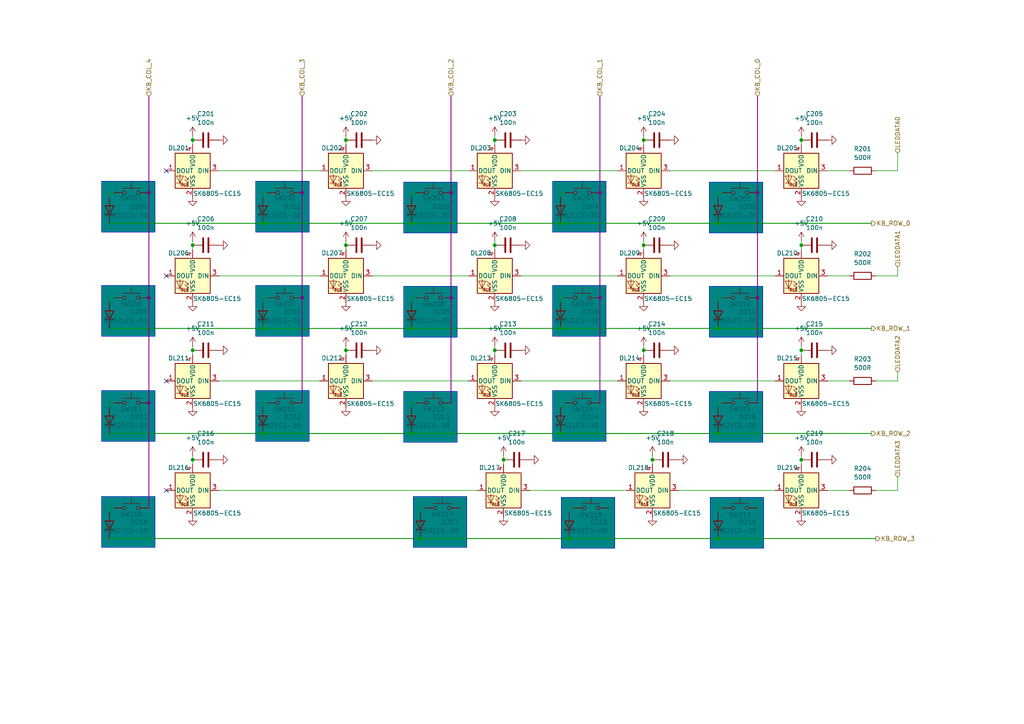
<source format=kicad_sch>
(kicad_sch (version 20250114) (generator "eeschema") (generator_version "9.0")
  (paper "A4")
  (title_block (title "Tastatur the BLE Keyboard") (date "2025-07-18") (rev "0") (company "Daniel (steewBSD)"))
  (rectangle (start 44.958 113.284) (end 29.464 128.016) (fill (type color) (color 0 132 132 1)))
  (rectangle (start 178.308 144.272) (end 162.814 159.004) (fill (type color) (color 0 132 132 1)))
  (rectangle (start 89.662 52.578) (end 74.168 67.31) (fill (type color) (color 0 132 132 1)))
  (rectangle (start 221.234 52.832) (end 205.74 67.564) (fill (type color) (color 0 132 132 1)))
  (rectangle (start 221.488 144.272) (end 205.994 159.004) (fill (type color) (color 0 132 132 1)))
  (rectangle (start 89.662 113.284) (end 74.168 128.016) (fill (type color) (color 0 132 132 1)))
  (rectangle (start 44.958 52.578) (end 29.464 67.31) (fill (type color) (color 0 132 132 1)))
  (rectangle (start 44.958 144.018) (end 29.464 158.75) (fill (type color) (color 0 132 132 1)))
  (rectangle (start 89.662 82.804) (end 74.168 97.536) (fill (type color) (color 0 132 132 1)))
  (rectangle (start 132.588 83.058) (end 117.094 97.79) (fill (type color) (color 0 132 132 1)))
  (rectangle (start 221.234 113.538) (end 205.74 128.27) (fill (type color) (color 0 132 132 1)))
  (rectangle (start 175.768 82.804) (end 160.274 97.536) (fill (type color) (color 0 132 132 1)))
  (rectangle (start 132.588 113.538) (end 117.094 128.27) (fill (type color) (color 0 132 132 1)))
  (rectangle (start 44.958 82.804) (end 29.464 97.536) (fill (type color) (color 0 132 132 1)))
  (rectangle (start 175.768 113.284) (end 160.274 128.016) (fill (type color) (color 0 132 132 1)))
  (rectangle (start 221.234 83.058) (end 205.74 97.79) (fill (type color) (color 0 132 132 1)))
  (rectangle (start 175.768 52.578) (end 160.274 67.31) (fill (type color) (color 0 132 132 1)))
  (rectangle (start 135.382 144.018) (end 119.888 158.75) (fill (type color) (color 0 132 132 1)))
  (rectangle (start 132.588 52.832) (end 117.094 67.564) (fill (type color) (color 0 132 132 1)))
  (junction (at 100.33 101.6))
  (junction (at 208.28 95.25))
  (junction (at 130.81 55.88) (color 132 0 132 1))
  (junction (at 219.71 86.36) (color 132 0 132 1))
  (junction (at 208.28 125.73))
  (junction (at 143.51 101.6))
  (junction (at 208.28 156.21))
  (junction (at 43.18 86.36) (color 132 0 132 1))
  (junction (at 100.33 40.64))
  (junction (at 186.69 40.64))
  (junction (at 162.56 64.77))
  (junction (at 189.23 133.35))
  (junction (at 146.05 133.35))
  (junction (at 162.56 95.25))
  (junction (at 55.88 133.35))
  (junction (at 208.28 64.77))
  (junction (at 173.99 86.36) (color 132 0 132 1))
  (junction (at 76.2 64.77))
  (junction (at 232.41 133.35))
  (junction (at 119.38 95.25))
  (junction (at 55.88 101.6))
  (junction (at 55.88 40.64))
  (junction (at 119.38 125.73))
  (junction (at 119.38 64.77))
  (junction (at 232.41 40.64))
  (junction (at 100.33 71.12))
  (junction (at 76.2 95.25))
  (junction (at 165.1 156.21))
  (junction (at 232.41 101.6))
  (junction (at 55.88 71.12))
  (junction (at 232.41 71.12))
  (junction (at 143.51 40.64))
  (junction (at 173.99 55.88) (color 132 0 132 1))
  (junction (at 121.92 156.21))
  (junction (at 87.63 55.88) (color 132 0 132 1))
  (junction (at 43.18 116.84) (color 132 0 132 1))
  (junction (at 76.2 125.73))
  (junction (at 186.69 101.6))
  (junction (at 143.51 71.12))
  (junction (at 43.18 55.88) (color 132 0 132 1))
  (junction (at 130.81 86.36) (color 132 0 132 1))
  (junction (at 186.69 71.12))
  (junction (at 87.63 86.36) (color 132 0 132 1))
  (junction (at 162.56 125.73))
  (junction (at 219.71 55.88) (color 132 0 132 1))
  (no_connect (at 48.26 142.24))
  (no_connect (at 48.26 80.01))
  (no_connect (at 48.26 110.49))
  (no_connect (at 48.26 49.53))
  (wire (pts (xy 31.75 147.32) (xy 31.75 148.59)))
  (wire (pts (xy 166.37 147.32) (xy 165.1 147.32)))
  (wire (pts (xy 120.65 86.36) (xy 119.38 86.36)))
  (wire (pts (xy 120.65 55.88) (xy 119.38 55.88)))
  (wire (pts (xy 121.92 156.21) (xy 31.75 156.21)) (stroke (width 0.254)))
  (wire (pts (xy 232.41 101.6) (xy 232.41 102.87)))
  (wire (pts (xy 143.51 39.37) (xy 143.51 40.64)))
  (wire (pts (xy 135.89 80.01) (xy 107.95 80.01)))
  (wire (pts (xy 92.71 49.53) (xy 63.5 49.53)))
  (wire (pts (xy 33.02 86.36) (xy 31.75 86.36)))
  (wire (pts (xy 232.41 132.08) (xy 232.41 133.35)))
  (wire (pts (xy 162.56 95.25) (xy 119.38 95.25)) (stroke (width 0.254)))
  (wire (pts (xy 163.83 118.11) (xy 162.56 118.11)))
  (wire (pts (xy 208.28 156.21) (xy 165.1 156.21)) (stroke (width 0.254)))
  (wire (pts (xy 260.35 49.53) (xy 254 49.53)))
  (wire (pts (xy 219.71 55.88) (xy 219.71 86.36)) (stroke (width 0.254) (color 132 0 132 1)))
  (wire (pts (xy 179.07 110.49) (xy 151.13 110.49)))
  (wire (pts (xy 123.19 147.32) (xy 121.92 147.32)))
  (wire (pts (xy 189.23 132.08) (xy 189.23 133.35)))
  (wire (pts (xy 143.51 71.12) (xy 143.51 72.39)))
  (wire (pts (xy 162.56 55.88) (xy 162.56 57.15)))
  (wire (pts (xy 100.33 69.85) (xy 100.33 71.12)))
  (wire (pts (xy 55.88 101.6) (xy 55.88 102.87)))
  (wire (pts (xy 232.41 71.12) (xy 232.41 72.39)))
  (wire (pts (xy 146.05 132.08) (xy 146.05 133.35)))
  (wire (pts (xy 143.51 101.6) (xy 143.51 102.87)))
  (wire (pts (xy 55.88 100.33) (xy 55.88 101.6)))
  (wire (pts (xy 232.41 133.35) (xy 232.41 134.62)))
  (wire (pts (xy 76.2 116.84) (xy 76.2 118.11)))
  (wire (pts (xy 208.28 116.84) (xy 208.28 118.11)))
  (wire (pts (xy 260.35 80.01) (xy 260.35 77.47)))
  (wire (pts (xy 33.02 147.32) (xy 31.75 147.32)))
  (wire (pts (xy 162.56 86.36) (xy 162.56 87.63)))
  (wire (pts (xy 173.99 55.88) (xy 173.99 86.36)) (stroke (width 0.254) (color 132 0 132 1)))
  (wire (pts (xy 254 80.01) (xy 260.35 80.01)))
  (wire (pts (xy 119.38 86.36) (xy 119.38 87.63)))
  (wire (pts (xy 224.79 80.01) (xy 194.31 80.01)))
  (wire (pts (xy 219.71 27.94) (xy 219.71 55.88)) (stroke (width 0.254) (color 132 0 132 1)))
  (wire (pts (xy 186.69 69.85) (xy 186.69 71.12)))
  (wire (pts (xy 208.28 147.32) (xy 208.28 148.59)))
  (wire (pts (xy 33.02 55.88) (xy 31.75 55.88)))
  (wire (pts (xy 163.83 116.84) (xy 163.83 118.11)))
  (wire (pts (xy 186.69 100.33) (xy 186.69 101.6)))
  (wire (pts (xy 119.38 116.84) (xy 119.38 118.11)))
  (wire (pts (xy 186.69 40.64) (xy 186.69 41.91)))
  (wire (pts (xy 33.02 116.84) (xy 31.75 116.84)))
  (wire (pts (xy 163.83 55.88) (xy 162.56 55.88)))
  (wire (pts (xy 100.33 71.12) (xy 100.33 72.39)))
  (wire (pts (xy 232.41 40.64) (xy 232.41 41.91)))
  (wire (pts (xy 165.1 156.21) (xy 121.92 156.21)) (stroke (width 0.254)))
  (wire (pts (xy 165.1 147.32) (xy 165.1 148.59)))
  (wire (pts (xy 219.71 86.36) (xy 219.71 116.84)) (stroke (width 0.254) (color 132 0 132 1)))
  (wire (pts (xy 208.28 64.77) (xy 162.56 64.77)) (stroke (width 0.254)))
  (wire (pts (xy 77.47 116.84) (xy 76.2 116.84)))
  (wire (pts (xy 232.41 100.33) (xy 232.41 101.6)))
  (wire (pts (xy 76.2 125.73) (xy 31.75 125.73)) (stroke (width 0.254)))
  (wire (pts (xy 208.28 86.36) (xy 208.28 87.63)))
  (wire (pts (xy 43.18 86.36) (xy 43.18 116.84)) (stroke (width 0.254) (color 132 0 132 1)))
  (wire (pts (xy 146.05 133.35) (xy 146.05 134.62)))
  (wire (pts (xy 55.88 69.85) (xy 55.88 71.12)))
  (wire (pts (xy 186.69 101.6) (xy 186.69 102.87)))
  (wire (pts (xy 55.88 40.64) (xy 55.88 41.91)))
  (wire (pts (xy 186.69 71.12) (xy 186.69 72.39)))
  (wire (pts (xy 119.38 125.73) (xy 76.2 125.73)) (stroke (width 0.254)))
  (wire (pts (xy 209.55 147.32) (xy 208.28 147.32)))
  (wire (pts (xy 76.2 95.25) (xy 31.75 95.25)) (stroke (width 0.254)))
  (wire (pts (xy 224.79 110.49) (xy 194.31 110.49)))
  (wire (pts (xy 143.51 40.64) (xy 143.51 41.91)))
  (wire (pts (xy 260.35 44.45) (xy 260.35 49.53)))
  (wire (pts (xy 252.73 125.73) (xy 208.28 125.73)) (stroke (width 0.254)))
  (wire (pts (xy 208.28 55.88) (xy 208.28 57.15)))
  (wire (pts (xy 173.99 86.36) (xy 173.99 116.84)) (stroke (width 0.254) (color 132 0 132 1)))
  (wire (pts (xy 186.69 39.37) (xy 186.69 40.64)))
  (wire (pts (xy 189.23 133.35) (xy 189.23 134.62)))
  (wire (pts (xy 119.38 125.73) (xy 162.56 125.73)))
  (wire (pts (xy 252.73 95.25) (xy 208.28 95.25)) (stroke (width 0.254)))
  (wire (pts (xy 260.35 138.43) (xy 260.35 142.24)))
  (wire (pts (xy 138.43 142.24) (xy 63.5 142.24)))
  (wire (pts (xy 143.51 100.33) (xy 143.51 101.6)))
  (wire (pts (xy 246.38 110.49) (xy 240.03 110.49)))
  (wire (pts (xy 181.61 142.24) (xy 153.67 142.24)))
  (wire (pts (xy 163.83 86.36) (xy 162.56 86.36)))
  (wire (pts (xy 254 156.21) (xy 208.28 156.21)) (stroke (width 0.254)))
  (wire (pts (xy 162.56 125.73) (xy 208.28 125.73)) (stroke (width 0.254)))
  (wire (pts (xy 119.38 55.88) (xy 119.38 57.15)))
  (wire (pts (xy 246.38 49.53) (xy 240.03 49.53)))
  (wire (pts (xy 55.88 71.12) (xy 55.88 72.39)))
  (wire (pts (xy 224.79 49.53) (xy 194.31 49.53)))
  (wire (pts (xy 246.38 80.01) (xy 240.03 80.01)))
  (wire (pts (xy 76.2 55.88) (xy 76.2 57.15)))
  (wire (pts (xy 232.41 69.85) (xy 232.41 71.12)))
  (wire (pts (xy 100.33 100.33) (xy 100.33 101.6)))
  (wire (pts (xy 179.07 80.01) (xy 151.13 80.01)))
  (wire (pts (xy 120.65 116.84) (xy 119.38 116.84)))
  (wire (pts (xy 208.28 95.25) (xy 162.56 95.25)) (stroke (width 0.254)))
  (wire (pts (xy 55.88 133.35) (xy 55.88 134.62)))
  (wire (pts (xy 254 110.49) (xy 260.35 110.49)))
  (wire (pts (xy 76.2 64.77) (xy 31.75 64.77)) (stroke (width 0.254)))
  (wire (pts (xy 43.18 55.88) (xy 43.18 86.36)) (stroke (width 0.254) (color 132 0 132 1)))
  (wire (pts (xy 77.47 55.88) (xy 76.2 55.88)))
  (wire (pts (xy 43.18 27.94) (xy 43.18 55.88)) (stroke (width 0.254) (color 132 0 132 1)))
  (wire (pts (xy 143.51 69.85) (xy 143.51 71.12)))
  (wire (pts (xy 55.88 39.37) (xy 55.88 40.64)))
  (wire (pts (xy 92.71 110.49) (xy 63.5 110.49)))
  (wire (pts (xy 130.81 55.88) (xy 130.81 86.36)) (stroke (width 0.254) (color 132 0 132 1)))
  (wire (pts (xy 31.75 116.84) (xy 31.75 118.11)))
  (wire (pts (xy 100.33 40.64) (xy 100.33 41.91)))
  (wire (pts (xy 87.63 55.88) (xy 87.63 86.36)) (stroke (width 0.254) (color 132 0 132 1)))
  (wire (pts (xy 130.81 86.36) (xy 130.81 116.84)) (stroke (width 0.254) (color 132 0 132 1)))
  (wire (pts (xy 119.38 125.73) (xy 76.2 125.73)))
  (wire (pts (xy 55.88 132.08) (xy 55.88 133.35)))
  (wire (pts (xy 100.33 101.6) (xy 100.33 102.87)))
  (wire (pts (xy 43.18 116.84) (xy 43.18 147.32)) (stroke (width 0.254) (color 132 0 132 1)))
  (wire (pts (xy 119.38 95.25) (xy 76.2 95.25)) (stroke (width 0.254)))
  (wire (pts (xy 121.92 147.32) (xy 121.92 148.59)))
  (wire (pts (xy 92.71 80.01) (xy 63.5 80.01)))
  (wire (pts (xy 119.38 64.77) (xy 76.2 64.77)) (stroke (width 0.254)))
  (wire (pts (xy 209.55 55.88) (xy 208.28 55.88)))
  (wire (pts (xy 87.63 27.94) (xy 87.63 55.88)) (stroke (width 0.254) (color 132 0 132 1)))
  (wire (pts (xy 31.75 86.36) (xy 31.75 87.63)))
  (wire (pts (xy 260.35 110.49) (xy 260.35 107.95)))
  (wire (pts (xy 162.56 125.73) (xy 208.28 125.73)))
  (wire (pts (xy 232.41 39.37) (xy 232.41 40.64)))
  (wire (pts (xy 209.55 86.36) (xy 208.28 86.36)))
  (wire (pts (xy 173.99 27.94) (xy 173.99 55.88)) (stroke (width 0.254) (color 132 0 132 1)))
  (wire (pts (xy 224.79 142.24) (xy 196.85 142.24)))
  (wire (pts (xy 252.73 64.77) (xy 208.28 64.77)) (stroke (width 0.254)))
  (wire (pts (xy 162.56 64.77) (xy 119.38 64.77)) (stroke (width 0.254)))
  (wire (pts (xy 77.47 86.36) (xy 76.2 86.36)))
  (wire (pts (xy 87.63 86.36) (xy 87.63 116.84)) (stroke (width 0.254) (color 132 0 132 1)))
  (wire (pts (xy 100.33 39.37) (xy 100.33 40.64)))
  (wire (pts (xy 135.89 49.53) (xy 107.95 49.53)))
  (wire (pts (xy 76.2 86.36) (xy 76.2 87.63)))
  (wire (pts (xy 135.89 110.49) (xy 107.95 110.49)))
  (wire (pts (xy 130.81 27.94) (xy 130.81 55.88)) (stroke (width 0.254) (color 132 0 132 1)))
  (wire (pts (xy 179.07 49.53) (xy 151.13 49.53)))
  (wire (pts (xy 246.38 142.24) (xy 240.03 142.24)))
  (wire (pts (xy 260.35 142.24) (xy 254 142.24)))
  (wire (pts (xy 119.38 125.73) (xy 162.56 125.73)) (stroke (width 0.254)))
  (wire (pts (xy 209.55 116.84) (xy 208.28 116.84)))
  (wire (pts (xy 31.75 55.88) (xy 31.75 57.15)))
  (hierarchical_label "KB_COL_0" (shape input) (at 219.71 27.94 90))
  (hierarchical_label "KB_COL_1" (shape input) (at 173.99 27.94 90))
  (hierarchical_label "KB_COL_3" (shape input) (at 87.63 27.94 90))
  (hierarchical_label "KB_COL_2" (shape input) (at 130.81 27.94 90))
  (hierarchical_label "LEDDATA1" (shape input) (at 260.35 77.47 90))
  (hierarchical_label "KB_ROW_2" (shape output) (at 252.73 125.73 0))
  (hierarchical_label "KB_ROW_1" (shape output) (at 252.73 95.25 0))
  (hierarchical_label "LEDDATA2" (shape input) (at 260.35 107.95 90))
  (hierarchical_label "KB_ROW_3" (shape output) (at 254 156.21 0))
  (hierarchical_label "LEDDATA3" (shape input) (at 260.35 138.43 90))
  (hierarchical_label "KB_ROW_0" (shape output) (at 252.73 64.77 0))
  (hierarchical_label "LEDDATA0" (shape input) (at 260.35 44.45 90))
  (hierarchical_label "KB_COL_4" (shape input) (at 43.18 27.94 90))
  (symbol (lib_id "Diode:CD4148W") (at 31.75 91.44 270) (mirror x) (unit 1)
    (property "Reference" "D206" (at 42.926 90.424 90) (effects (justify right)))
    (property "Value" "RB521CS-30" (at 42.926 92.964 90) (effects (justify right)))
    (property "Footprint" "Diode_SMD:D_SOD-923" (effects (hide yes)))
    (property "Sim.Device" "D" (effects (hide yes)))
    (property "Sim.Pins" "1=K 2=A" (effects (hide yes)))
  )
  (symbol (lib_id "Diode:CD4148W") (at 162.56 60.96 270) (mirror x) (unit 1)
    (property "Reference" "D204" (at 173.736 59.944 90) (effects (justify right)))
    (property "Value" "RB521CS-30" (at 173.736 62.484 90) (effects (justify right)))
    (property "Footprint" "Diode_SMD:D_SOD-923" (effects (hide yes)))
    (property "Sim.Device" "D" (effects (hide yes)))
    (property "Sim.Pins" "1=K 2=A" (effects (hide yes)))
  )
  (symbol (lib_id "power:GND") (at 63.5 71.12 90) (mirror x) (unit 1)
    (property "Reference" "#PWR0221" (effects (hide yes)))
    (property "Value" "GND" (effects (hide yes)))
    (property "Description" "Power symbol creates a global label with name \"GND\" , ground" (effects (hide yes)))
  )
  (symbol (lib_id "Switch:SW_Push") (at 38.1 55.88 0) (mirror y) (unit 1)
    (property "Reference" "SW201" (at 38.1 57.404 0))
    (property "Value" "SW_Push" (effects (hide yes)))
    (property "Footprint" "PCM_Switch_Keyboard_Cherry_MX:SW_Cherry_MX_PCB_1.00u" (effects (hide yes)))
    (property "Description" "Push button switch, generic, two pins" (effects (hide yes)))
  )
  (symbol (lib_id "Diode:CD4148W") (at 119.38 60.96 270) (mirror x) (unit 1)
    (property "Reference" "D203" (at 130.556 59.944 90) (effects (justify right)))
    (property "Value" "RB521CS-30" (at 130.556 62.484 90) (effects (justify right)))
    (property "Footprint" "Diode_SMD:D_SOD-923" (effects (hide yes)))
    (property "Sim.Device" "D" (effects (hide yes)))
    (property "Sim.Pins" "1=K 2=A" (effects (hide yes)))
  )
  (symbol (lib_id "Device:R") (at 250.19 49.53 270) (mirror x) (unit 1)
    (property "Reference" "R201" (at 250.19 43.18 90))
    (property "Value" "500R" (at 250.19 45.72 90))
    (property "Footprint" "Resistor_SMD:R_0603_1608Metric_Pad0.98x0.95mm_HandSolder" (effects (hide yes)))
    (property "Description" "Resistor" (effects (hide yes)))
  )
  (symbol (lib_id "power:+5V") (at 55.88 39.37 0) (mirror y) (unit 1)
    (property "Reference" "#PWR0201" (effects (hide yes)))
    (property "Value" "+5V" (at 55.88 34.29 0))
    (property "Description" "Power symbol creates a global label with name \"+5V\"" (effects (hide yes)))
  )
  (symbol (lib_id "Device:R") (at 250.19 110.49 270) (mirror x) (unit 1)
    (property "Reference" "R203" (at 250.19 104.14 90))
    (property "Value" "500R" (at 250.19 106.68 90))
    (property "Footprint" "Resistor_SMD:R_0603_1608Metric_Pad0.98x0.95mm_HandSolder" (effects (hide yes)))
    (property "Description" "Resistor" (effects (hide yes)))
  )
  (symbol (lib_id "LED:SK6805") (at 186.69 110.49 0) (mirror y) (unit 1)
    (property "Reference" "DL214" (at 182.626 103.886 0))
    (property "Value" "SK6805-EC15" (at 193.802 117.094 0))
    (property "Footprint" "LED_SMD:LED_SK6812_EC15_1.5x1.5mm" (effects (hide yes)))
    (property "Datasheet" "https://cdn-shop.adafruit.com/datasheets/WS2812B.pdf" (effects (hide yes)))
    (property "Description" "RGB LED with integrated controller" (effects (hide yes)))
    (property "PN" "SK6805-EC15" (effects (hide yes)))
    (property "LCSC" "C2890035" (effects (hide yes)))
  )
  (symbol (lib_id "power:GND") (at 240.03 133.35 90) (mirror x) (unit 1)
    (property "Reference" "#PWR0253" (effects (hide yes)))
    (property "Value" "GND" (effects (hide yes)))
    (property "Description" "Power symbol creates a global label with name \"GND\" , ground" (effects (hide yes)))
  )
  (symbol (lib_id "power:GND") (at 240.03 101.6 90) (mirror x) (unit 1)
    (property "Reference" "#PWR0240" (effects (hide yes)))
    (property "Value" "GND" (effects (hide yes)))
    (property "Description" "Power symbol creates a global label with name \"GND\" , ground" (effects (hide yes)))
  )
  (symbol (lib_id "power:GND") (at 143.51 87.63 0) (mirror y) (unit 1)
    (property "Reference" "#PWR0228" (effects (hide yes)))
    (property "Value" "GND" (effects (hide yes)))
    (property "Description" "Power symbol creates a global label with name \"GND\" , ground" (effects (hide yes)))
  )
  (symbol (lib_id "LED:SK6805") (at 143.51 49.53 0) (mirror y) (unit 1)
    (property "Reference" "DL203" (at 139.446 42.926 0))
    (property "Value" "SK6805-EC15" (at 150.622 56.134 0))
    (property "Footprint" "LED_SMD:LED_SK6812_EC15_1.5x1.5mm" (effects (hide yes)))
    (property "Datasheet" "https://cdn-shop.adafruit.com/datasheets/WS2812B.pdf" (effects (hide yes)))
    (property "Description" "RGB LED with integrated controller" (effects (hide yes)))
    (property "PN" "SK6805-EC15" (effects (hide yes)))
    (property "LCSC" "C2890035" (effects (hide yes)))
  )
  (symbol (lib_id "power:+5V") (at 143.51 69.85 0) (mirror y) (unit 1)
    (property "Reference" "#PWR0218" (effects (hide yes)))
    (property "Value" "+5V" (at 143.51 64.77 0))
    (property "Description" "Power symbol creates a global label with name \"+5V\"" (effects (hide yes)))
  )
  (symbol (lib_id "Device:C") (at 147.32 71.12 270) (mirror x) (unit 1)
    (property "Reference" "C208" (at 147.32 63.5 90))
    (property "Value" "100n" (at 147.32 66.04 90))
    (property "Footprint" "Capacitor_SMD:C_0603_1608Metric_Pad1.08x0.95mm_HandSolder" (effects (hide yes)))
    (property "Description" "Unpolarized capacitor" (effects (hide yes)))
  )
  (symbol (lib_id "power:GND") (at 55.88 149.86 0) (mirror y) (unit 1)
    (property "Reference" "#PWR0254" (effects (hide yes)))
    (property "Value" "GND" (effects (hide yes)))
    (property "Description" "Power symbol creates a global label with name \"GND\" , ground" (effects (hide yes)))
  )
  (symbol (lib_id "power:GND") (at 100.33 87.63 0) (mirror y) (unit 1)
    (property "Reference" "#PWR0227" (effects (hide yes)))
    (property "Value" "GND" (effects (hide yes)))
    (property "Description" "Power symbol creates a global label with name \"GND\" , ground" (effects (hide yes)))
  )
  (symbol (lib_id "LED:SK6805") (at 189.23 142.24 0) (mirror y) (unit 1)
    (property "Reference" "DL218" (at 185.166 135.636 0))
    (property "Value" "SK6805-EC15" (at 196.342 148.844 0))
    (property "Footprint" "LED_SMD:LED_SK6812_EC15_1.5x1.5mm" (effects (hide yes)))
    (property "Datasheet" "https://cdn-shop.adafruit.com/datasheets/WS2812B.pdf" (effects (hide yes)))
    (property "Description" "RGB LED with integrated controller" (effects (hide yes)))
    (property "PN" "SK6805-EC15" (effects (hide yes)))
    (property "LCSC" "C2890035" (effects (hide yes)))
  )
  (symbol (lib_id "LED:SK6805") (at 143.51 110.49 0) (mirror y) (unit 1)
    (property "Reference" "DL213" (at 139.446 103.886 0))
    (property "Value" "SK6805-EC15" (at 150.622 117.094 0))
    (property "Footprint" "LED_SMD:LED_SK6812_EC15_1.5x1.5mm" (effects (hide yes)))
    (property "Datasheet" "https://cdn-shop.adafruit.com/datasheets/WS2812B.pdf" (effects (hide yes)))
    (property "Description" "RGB LED with integrated controller" (effects (hide yes)))
    (property "PN" "SK6805-EC15" (effects (hide yes)))
    (property "LCSC" "C2890035" (effects (hide yes)))
  )
  (symbol (lib_id "power:GND") (at 143.51 118.11 0) (mirror y) (unit 1)
    (property "Reference" "#PWR0243" (effects (hide yes)))
    (property "Value" "GND" (effects (hide yes)))
    (property "Description" "Power symbol creates a global label with name \"GND\" , ground" (effects (hide yes)))
  )
  (symbol (lib_id "Switch:SW_Push") (at 168.91 55.88 0) (mirror y) (unit 1)
    (property "Reference" "SW204" (at 169.164 57.404 0))
    (property "Value" "SW_Push" (effects (hide yes)))
    (property "Footprint" "PCM_Switch_Keyboard_Cherry_MX:SW_Cherry_MX_PCB_1.00u" (effects (hide yes)))
    (property "Description" "Push button switch, generic, two pins" (effects (hide yes)))
  )
  (symbol (lib_id "LED:SK6805") (at 232.41 110.49 0) (mirror y) (unit 1)
    (property "Reference" "DL215" (at 228.346 103.886 0))
    (property "Value" "SK6805-EC15" (at 239.522 117.094 0))
    (property "Footprint" "LED_SMD:LED_SK6812_EC15_1.5x1.5mm" (effects (hide yes)))
    (property "Datasheet" "https://cdn-shop.adafruit.com/datasheets/WS2812B.pdf" (effects (hide yes)))
    (property "Description" "RGB LED with integrated controller" (effects (hide yes)))
    (property "PN" "SK6805-EC15" (effects (hide yes)))
    (property "LCSC" "C2890035" (effects (hide yes)))
  )
  (symbol (lib_id "Diode:CD4148W") (at 121.92 152.4 270) (mirror x) (unit 1)
    (property "Reference" "D217" (at 133.096 151.384 90) (effects (justify right)))
    (property "Value" "RB521CS-30" (at 133.096 153.924 90) (effects (justify right)))
    (property "Footprint" "Diode_SMD:D_SOD-923" (effects (hide yes)))
    (property "Sim.Device" "D" (effects (hide yes)))
    (property "Sim.Pins" "1=K 2=A" (effects (hide yes)))
  )
  (symbol (lib_id "Switch:SW_Push") (at 171.45 147.32 0) (mirror y) (unit 1)
    (property "Reference" "SW218" (at 171.45 149.352 0))
    (property "Value" "SW_Push" (effects (hide yes)))
    (property "Footprint" "PCM_Switch_Keyboard_Cherry_MX:SW_Cherry_MX_PCB_1.00u" (effects (hide yes)))
    (property "Description" "Push button switch, generic, two pins" (effects (hide yes)))
  )
  (symbol (lib_id "LED:SK6805") (at 100.33 49.53 0) (mirror y) (unit 1)
    (property "Reference" "DL202" (at 96.266 42.926 0))
    (property "Value" "SK6805-EC15" (at 107.442 56.134 0))
    (property "Footprint" "LED_SMD:LED_SK6812_EC15_1.5x1.5mm" (effects (hide yes)))
    (property "Datasheet" "https://cdn-shop.adafruit.com/datasheets/WS2812B.pdf" (effects (hide yes)))
    (property "Description" "RGB LED with integrated controller" (effects (hide yes)))
    (property "PN" "SK6805-EC15" (effects (hide yes)))
    (property "LCSC" "C2890035" (effects (hide yes)))
  )
  (symbol (lib_id "Device:R") (at 250.19 80.01 270) (mirror x) (unit 1)
    (property "Reference" "R202" (at 250.19 73.66 90))
    (property "Value" "500R" (at 250.19 76.2 90))
    (property "Footprint" "Resistor_SMD:R_0603_1608Metric_Pad0.98x0.95mm_HandSolder" (effects (hide yes)))
    (property "Description" "Resistor" (effects (hide yes)))
  )
  (symbol (lib_id "Switch:SW_Push") (at 38.1 86.36 0) (mirror y) (unit 1)
    (property "Reference" "SW206" (at 38.1 88.138 0))
    (property "Value" "SW_Push" (effects (hide yes)))
    (property "Footprint" "PCM_Switch_Keyboard_Cherry_MX:SW_Cherry_MX_PCB_1.00u" (effects (hide yes)))
    (property "Description" "Push button switch, generic, two pins" (effects (hide yes)))
  )
  (symbol (lib_id "Switch:SW_Push") (at 128.27 147.32 0) (mirror y) (unit 1)
    (property "Reference" "SW217" (at 128.27 149.098 0))
    (property "Value" "SW_Push" (effects (hide yes)))
    (property "Footprint" "PCM_Switch_Keyboard_Cherry_MX:SW_Cherry_MX_PCB_1.00u" (effects (hide yes)))
    (property "Description" "Push button switch, generic, two pins" (effects (hide yes)))
  )
  (symbol (lib_id "power:GND") (at 232.41 87.63 0) (mirror y) (unit 1)
    (property "Reference" "#PWR0230" (effects (hide yes)))
    (property "Value" "GND" (effects (hide yes)))
    (property "Description" "Power symbol creates a global label with name \"GND\" , ground" (effects (hide yes)))
  )
  (symbol (lib_id "power:GND") (at 232.41 118.11 0) (mirror y) (unit 1)
    (property "Reference" "#PWR0245" (effects (hide yes)))
    (property "Value" "GND" (effects (hide yes)))
    (property "Description" "Power symbol creates a global label with name \"GND\" , ground" (effects (hide yes)))
  )
  (symbol (lib_id "power:+5V") (at 143.51 100.33 0) (mirror y) (unit 1)
    (property "Reference" "#PWR0233" (effects (hide yes)))
    (property "Value" "+5V" (at 143.51 95.25 0))
    (property "Description" "Power symbol creates a global label with name \"+5V\"" (effects (hide yes)))
  )
  (symbol (lib_id "power:GND") (at 240.03 71.12 90) (mirror x) (unit 1)
    (property "Reference" "#PWR0225" (effects (hide yes)))
    (property "Value" "GND" (effects (hide yes)))
    (property "Description" "Power symbol creates a global label with name \"GND\" , ground" (effects (hide yes)))
  )
  (symbol (lib_id "power:GND") (at 63.5 40.64 90) (mirror x) (unit 1)
    (property "Reference" "#PWR0206" (effects (hide yes)))
    (property "Value" "GND" (effects (hide yes)))
    (property "Description" "Power symbol creates a global label with name \"GND\" , ground" (effects (hide yes)))
  )
  (symbol (lib_id "power:GND") (at 63.5 101.6 90) (mirror x) (unit 1)
    (property "Reference" "#PWR0236" (effects (hide yes)))
    (property "Value" "GND" (effects (hide yes)))
    (property "Description" "Power symbol creates a global label with name \"GND\" , ground" (effects (hide yes)))
  )
  (symbol (lib_id "power:GND") (at 146.05 149.86 0) (mirror y) (unit 1)
    (property "Reference" "#PWR0255" (effects (hide yes)))
    (property "Value" "GND" (effects (hide yes)))
    (property "Description" "Power symbol creates a global label with name \"GND\" , ground" (effects (hide yes)))
  )
  (symbol (lib_id "Switch:SW_Push") (at 125.73 116.84 0) (mirror y) (unit 1)
    (property "Reference" "SW213" (at 125.73 118.618 0))
    (property "Value" "SW_Push" (effects (hide yes)))
    (property "Footprint" "PCM_Switch_Keyboard_Cherry_MX:SW_Cherry_MX_PCB_1.00u" (effects (hide yes)))
    (property "Description" "Push button switch, generic, two pins" (effects (hide yes)))
  )
  (symbol (lib_id "LED:SK6805") (at 186.69 49.53 0) (mirror y) (unit 1)
    (property "Reference" "DL204" (at 182.626 42.926 0))
    (property "Value" "SK6805-EC15" (at 193.802 56.134 0))
    (property "Footprint" "LED_SMD:LED_SK6812_EC15_1.5x1.5mm" (effects (hide yes)))
    (property "Datasheet" "https://cdn-shop.adafruit.com/datasheets/WS2812B.pdf" (effects (hide yes)))
    (property "Description" "RGB LED with integrated controller" (effects (hide yes)))
    (property "PN" "SK6805-EC15" (effects (hide yes)))
    (property "LCSC" "C2890035" (effects (hide yes)))
  )
  (symbol (lib_id "Device:C") (at 236.22 40.64 270) (mirror x) (unit 1)
    (property "Reference" "C205" (at 236.22 33.02 90))
    (property "Value" "100n" (at 236.22 35.56 90))
    (property "Footprint" "Capacitor_SMD:C_0603_1608Metric_Pad1.08x0.95mm_HandSolder" (effects (hide yes)))
    (property "Description" "Unpolarized capacitor" (effects (hide yes)))
  )
  (symbol (lib_id "Device:C") (at 104.14 101.6 270) (mirror x) (unit 1)
    (property "Reference" "C212" (at 104.14 93.98 90))
    (property "Value" "100n" (at 104.14 96.52 90))
    (property "Footprint" "Capacitor_SMD:C_0603_1608Metric_Pad1.08x0.95mm_HandSolder" (effects (hide yes)))
    (property "Description" "Unpolarized capacitor" (effects (hide yes)))
  )
  (symbol (lib_id "power:GND") (at 232.41 57.15 0) (mirror y) (unit 1)
    (property "Reference" "#PWR0215" (effects (hide yes)))
    (property "Value" "GND" (effects (hide yes)))
    (property "Description" "Power symbol creates a global label with name \"GND\" , ground" (effects (hide yes)))
  )
  (symbol (lib_id "LED:SK6805") (at 186.69 80.01 0) (mirror y) (unit 1)
    (property "Reference" "DL209" (at 182.626 73.406 0))
    (property "Value" "SK6805-EC15" (at 193.802 86.614 0))
    (property "Footprint" "LED_SMD:LED_SK6812_EC15_1.5x1.5mm" (effects (hide yes)))
    (property "Datasheet" "https://cdn-shop.adafruit.com/datasheets/WS2812B.pdf" (effects (hide yes)))
    (property "Description" "RGB LED with integrated controller" (effects (hide yes)))
    (property "PN" "SK6805-EC15" (effects (hide yes)))
    (property "LCSC" "C2890035" (effects (hide yes)))
  )
  (symbol (lib_id "power:GND") (at 186.69 118.11 0) (mirror y) (unit 1)
    (property "Reference" "#PWR0244" (effects (hide yes)))
    (property "Value" "GND" (effects (hide yes)))
    (property "Description" "Power symbol creates a global label with name \"GND\" , ground" (effects (hide yes)))
  )
  (symbol (lib_id "LED:SK6805") (at 55.88 110.49 0) (mirror y) (unit 1)
    (property "Reference" "DL211" (at 51.816 103.886 0))
    (property "Value" "SK6805-EC15" (at 62.992 117.094 0))
    (property "Footprint" "LED_SMD:LED_SK6812_EC15_1.5x1.5mm" (effects (hide yes)))
    (property "Datasheet" "https://cdn-shop.adafruit.com/datasheets/WS2812B.pdf" (effects (hide yes)))
    (property "Description" "RGB LED with integrated controller" (effects (hide yes)))
    (property "PN" "SK6805-EC15" (effects (hide yes)))
    (property "LCSC" "C2890035" (effects (hide yes)))
  )
  (symbol (lib_id "power:GND") (at 100.33 57.15 0) (mirror y) (unit 1)
    (property "Reference" "#PWR0212" (effects (hide yes)))
    (property "Value" "GND" (effects (hide yes)))
    (property "Description" "Power symbol creates a global label with name \"GND\" , ground" (effects (hide yes)))
  )
  (symbol (lib_id "Diode:CD4148W") (at 31.75 121.92 270) (mirror x) (unit 1)
    (property "Reference" "D211" (at 42.926 120.904 90) (effects (justify right)))
    (property "Value" "RB521CS-30" (at 42.926 123.444 90) (effects (justify right)))
    (property "Footprint" "Diode_SMD:D_SOD-923" (effects (hide yes)))
    (property "Sim.Device" "D" (effects (hide yes)))
    (property "Sim.Pins" "1=K 2=A" (effects (hide yes)))
  )
  (symbol (lib_id "Diode:CD4148W") (at 76.2 121.92 270) (mirror x) (unit 1)
    (property "Reference" "D212" (at 87.376 120.904 90) (effects (justify right)))
    (property "Value" "RB521CS-30" (at 87.376 123.444 90) (effects (justify right)))
    (property "Footprint" "Diode_SMD:D_SOD-923" (effects (hide yes)))
    (property "Sim.Device" "D" (effects (hide yes)))
    (property "Sim.Pins" "1=K 2=A" (effects (hide yes)))
  )
  (symbol (lib_id "power:GND") (at 240.03 40.64 90) (mirror x) (unit 1)
    (property "Reference" "#PWR0210" (effects (hide yes)))
    (property "Value" "GND" (effects (hide yes)))
    (property "Description" "Power symbol creates a global label with name \"GND\" , ground" (effects (hide yes)))
  )
  (symbol (lib_id "LED:SK6805") (at 55.88 80.01 0) (mirror y) (unit 1)
    (property "Reference" "DL206" (at 51.816 73.406 0))
    (property "Value" "SK6805-EC15" (at 62.992 86.614 0))
    (property "Footprint" "LED_SMD:LED_SK6812_EC15_1.5x1.5mm" (effects (hide yes)))
    (property "Datasheet" "https://cdn-shop.adafruit.com/datasheets/WS2812B.pdf" (effects (hide yes)))
    (property "Description" "RGB LED with integrated controller" (effects (hide yes)))
    (property "PN" "SK6805-EC15" (effects (hide yes)))
    (property "LCSC" "C2890035" (effects (hide yes)))
  )
  (symbol (lib_id "Diode:CD4148W") (at 119.38 91.44 270) (mirror x) (unit 1)
    (property "Reference" "D208" (at 130.556 90.424 90) (effects (justify right)))
    (property "Value" "RB521CS-30" (at 130.556 92.964 90) (effects (justify right)))
    (property "Footprint" "Diode_SMD:D_SOD-923" (effects (hide yes)))
    (property "Sim.Device" "D" (effects (hide yes)))
    (property "Sim.Pins" "1=K 2=A" (effects (hide yes)))
  )
  (symbol (lib_id "power:+5V") (at 55.88 69.85 0) (mirror y) (unit 1)
    (property "Reference" "#PWR0216" (effects (hide yes)))
    (property "Value" "+5V" (at 55.88 64.77 0))
    (property "Description" "Power symbol creates a global label with name \"+5V\"" (effects (hide yes)))
  )
  (symbol (lib_id "power:+5V") (at 146.05 132.08 0) (mirror y) (unit 1)
    (property "Reference" "#PWR0247" (effects (hide yes)))
    (property "Value" "+5V" (at 146.05 127 0))
    (property "Description" "Power symbol creates a global label with name \"+5V\"" (effects (hide yes)))
  )
  (symbol (lib_id "Switch:SW_Push") (at 82.55 55.88 0) (mirror y) (unit 1)
    (property "Reference" "SW202" (at 82.55 57.404 0))
    (property "Value" "SW_Push" (effects (hide yes)))
    (property "Footprint" "PCM_Switch_Keyboard_Cherry_MX:SW_Cherry_MX_PCB_1.00u" (effects (hide yes)))
    (property "Description" "Push button switch, generic, two pins" (effects (hide yes)))
  )
  (symbol (lib_id "Switch:SW_Push") (at 214.63 116.84 0) (mirror y) (unit 1)
    (property "Reference" "SW215" (at 214.63 118.618 0))
    (property "Value" "SW_Push" (effects (hide yes)))
    (property "Footprint" "PCM_Switch_Keyboard_Cherry_MX:SW_Cherry_MX_PCB_1.00u" (effects (hide yes)))
    (property "Description" "Push button switch, generic, two pins" (effects (hide yes)))
  )
  (symbol (lib_id "power:+5V") (at 232.41 69.85 0) (mirror y) (unit 1)
    (property "Reference" "#PWR0220" (effects (hide yes)))
    (property "Value" "+5V" (at 232.41 64.77 0))
    (property "Description" "Power symbol creates a global label with name \"+5V\"" (effects (hide yes)))
  )
  (symbol (lib_id "Diode:CD4148W") (at 162.56 91.44 270) (mirror x) (unit 1)
    (property "Reference" "D209" (at 173.736 90.424 90) (effects (justify right)))
    (property "Value" "RB521CS-30" (at 173.736 92.964 90) (effects (justify right)))
    (property "Footprint" "Diode_SMD:D_SOD-923" (effects (hide yes)))
    (property "Sim.Device" "D" (effects (hide yes)))
    (property "Sim.Pins" "1=K 2=A" (effects (hide yes)))
  )
  (symbol (lib_id "power:GND") (at 100.33 118.11 0) (mirror y) (unit 1)
    (property "Reference" "#PWR0242" (effects (hide yes)))
    (property "Value" "GND" (effects (hide yes)))
    (property "Description" "Power symbol creates a global label with name \"GND\" , ground" (effects (hide yes)))
  )
  (symbol (lib_id "power:+5V") (at 143.51 39.37 0) (mirror y) (unit 1)
    (property "Reference" "#PWR0203" (effects (hide yes)))
    (property "Value" "+5V" (at 143.51 34.29 0))
    (property "Description" "Power symbol creates a global label with name \"+5V\"" (effects (hide yes)))
  )
  (symbol (lib_id "Device:C") (at 190.5 71.12 270) (mirror x) (unit 1)
    (property "Reference" "C209" (at 190.5 63.5 90))
    (property "Value" "100n" (at 190.5 66.04 90))
    (property "Footprint" "Capacitor_SMD:C_0603_1608Metric_Pad1.08x0.95mm_HandSolder" (effects (hide yes)))
    (property "Description" "Unpolarized capacitor" (effects (hide yes)))
  )
  (symbol (lib_id "Switch:SW_Push") (at 125.73 86.36 0) (mirror y) (unit 1)
    (property "Reference" "SW208" (at 125.73 88.138 0))
    (property "Value" "SW_Push" (effects (hide yes)))
    (property "Footprint" "PCM_Switch_Keyboard_Cherry_MX:SW_Cherry_MX_PCB_1.00u" (effects (hide yes)))
    (property "Description" "Push button switch, generic, two pins" (effects (hide yes)))
  )
  (symbol (lib_id "LED:SK6805") (at 232.41 80.01 0) (mirror y) (unit 1)
    (property "Reference" "DL210" (at 228.346 73.406 0))
    (property "Value" "SK6805-EC15" (at 239.522 86.614 0))
    (property "Footprint" "LED_SMD:LED_SK6812_EC15_1.5x1.5mm" (effects (hide yes)))
    (property "Datasheet" "https://cdn-shop.adafruit.com/datasheets/WS2812B.pdf" (effects (hide yes)))
    (property "Description" "RGB LED with integrated controller" (effects (hide yes)))
    (property "PN" "SK6805-EC15" (effects (hide yes)))
    (property "LCSC" "C2890035" (effects (hide yes)))
  )
  (symbol (lib_id "LED:SK6805") (at 100.33 80.01 0) (mirror y) (unit 1)
    (property "Reference" "DL207" (at 96.266 73.406 0))
    (property "Value" "SK6805-EC15" (at 107.442 86.614 0))
    (property "Footprint" "LED_SMD:LED_SK6812_EC15_1.5x1.5mm" (effects (hide yes)))
    (property "Datasheet" "https://cdn-shop.adafruit.com/datasheets/WS2812B.pdf" (effects (hide yes)))
    (property "Description" "RGB LED with integrated controller" (effects (hide yes)))
    (property "PN" "SK6805-EC15" (effects (hide yes)))
    (property "LCSC" "C2890035" (effects (hide yes)))
  )
  (symbol (lib_id "LED:SK6805") (at 143.51 80.01 0) (mirror y) (unit 1)
    (property "Reference" "DL208" (at 139.446 73.406 0))
    (property "Value" "SK6805-EC15" (at 150.622 86.614 0))
    (property "Footprint" "LED_SMD:LED_SK6812_EC15_1.5x1.5mm" (effects (hide yes)))
    (property "Datasheet" "https://cdn-shop.adafruit.com/datasheets/WS2812B.pdf" (effects (hide yes)))
    (property "Description" "RGB LED with integrated controller" (effects (hide yes)))
    (property "PN" "SK6805-EC15" (effects (hide yes)))
    (property "LCSC" "C2890035" (effects (hide yes)))
  )
  (symbol (lib_id "LED:SK6805") (at 55.88 142.24 0) (mirror y) (unit 1)
    (property "Reference" "DL216" (at 51.816 135.636 0))
    (property "Value" "SK6805-EC15" (at 62.992 148.844 0))
    (property "Footprint" "LED_SMD:LED_SK6812_EC15_1.5x1.5mm" (effects (hide yes)))
    (property "Datasheet" "https://cdn-shop.adafruit.com/datasheets/WS2812B.pdf" (effects (hide yes)))
    (property "Description" "RGB LED with integrated controller" (effects (hide yes)))
    (property "PN" "SK6805-EC15" (effects (hide yes)))
    (property "LCSC" "C2890035" (effects (hide yes)))
  )
  (symbol (lib_id "Device:C") (at 236.22 101.6 270) (mirror x) (unit 1)
    (property "Reference" "C215" (at 236.22 93.98 90))
    (property "Value" "100n" (at 236.22 96.52 90))
    (property "Footprint" "Capacitor_SMD:C_0603_1608Metric_Pad1.08x0.95mm_HandSolder" (effects (hide yes)))
    (property "Description" "Unpolarized capacitor" (effects (hide yes)))
  )
  (symbol (lib_id "Device:C") (at 59.69 40.64 270) (mirror x) (unit 1)
    (property "Reference" "C201" (at 59.69 33.02 90))
    (property "Value" "100n" (at 59.69 35.56 90))
    (property "Footprint" "Capacitor_SMD:C_0603_1608Metric_Pad1.08x0.95mm_HandSolder" (effects (hide yes)))
    (property "Description" "Unpolarized capacitor" (effects (hide yes)))
  )
  (symbol (lib_id "power:GND") (at 196.85 133.35 90) (mirror x) (unit 1)
    (property "Reference" "#PWR0252" (effects (hide yes)))
    (property "Value" "GND" (effects (hide yes)))
    (property "Description" "Power symbol creates a global label with name \"GND\" , ground" (effects (hide yes)))
  )
  (symbol (lib_id "LED:SK6805") (at 146.05 142.24 0) (mirror y) (unit 1)
    (property "Reference" "DL217" (at 141.986 135.636 0))
    (property "Value" "SK6805-EC15" (at 153.162 148.844 0))
    (property "Footprint" "LED_SMD:LED_SK6812_EC15_1.5x1.5mm" (effects (hide yes)))
    (property "Datasheet" "https://cdn-shop.adafruit.com/datasheets/WS2812B.pdf" (effects (hide yes)))
    (property "Description" "RGB LED with integrated controller" (effects (hide yes)))
    (property "PN" "SK6805-EC15" (effects (hide yes)))
    (property "LCSC" "C2890035" (effects (hide yes)))
  )
  (symbol (lib_id "Device:C") (at 104.14 71.12 270) (mirror x) (unit 1)
    (property "Reference" "C207" (at 104.14 63.5 90))
    (property "Value" "100n" (at 104.14 66.04 90))
    (property "Footprint" "Capacitor_SMD:C_0603_1608Metric_Pad1.08x0.95mm_HandSolder" (effects (hide yes)))
    (property "Description" "Unpolarized capacitor" (effects (hide yes)))
  )
  (symbol (lib_id "Switch:SW_Push") (at 82.55 86.36 0) (mirror y) (unit 1)
    (property "Reference" "SW207" (at 82.55 88.138 0))
    (property "Value" "SW_Push" (effects (hide yes)))
    (property "Footprint" "PCM_Switch_Keyboard_Cherry_MX:SW_Cherry_MX_PCB_1.00u" (effects (hide yes)))
    (property "Description" "Push button switch, generic, two pins" (effects (hide yes)))
  )
  (symbol (lib_id "Diode:CD4148W") (at 119.38 121.92 270) (mirror x) (unit 1)
    (property "Reference" "D213" (at 130.556 120.904 90) (effects (justify right)))
    (property "Value" "RB521CS-30" (at 130.556 123.444 90) (effects (justify right)))
    (property "Footprint" "Diode_SMD:D_SOD-923" (effects (hide yes)))
    (property "Sim.Device" "D" (effects (hide yes)))
    (property "Sim.Pins" "1=K 2=A" (effects (hide yes)))
  )
  (symbol (lib_id "LED:SK6805") (at 232.41 142.24 0) (mirror y) (unit 1)
    (property "Reference" "DL219" (at 228.346 135.636 0))
    (property "Value" "SK6805-EC15" (at 239.522 148.844 0))
    (property "Footprint" "LED_SMD:LED_SK6812_EC15_1.5x1.5mm" (effects (hide yes)))
    (property "Datasheet" "https://cdn-shop.adafruit.com/datasheets/WS2812B.pdf" (effects (hide yes)))
    (property "Description" "RGB LED with integrated controller" (effects (hide yes)))
    (property "PN" "SK6805-EC15" (effects (hide yes)))
    (property "LCSC" "C2890035" (effects (hide yes)))
  )
  (symbol (lib_id "Switch:SW_Push") (at 125.73 55.88 0) (mirror y) (unit 1)
    (property "Reference" "SW203" (at 125.73 57.404 0))
    (property "Value" "SW_Push" (effects (hide yes)))
    (property "Footprint" "PCM_Switch_Keyboard_Cherry_MX:SW_Cherry_MX_PCB_1.00u" (effects (hide yes)))
    (property "Description" "Push button switch, generic, two pins" (effects (hide yes)))
  )
  (symbol (lib_id "Switch:SW_Push") (at 214.63 55.88 0) (mirror y) (unit 1)
    (property "Reference" "SW205" (at 214.63 57.658 0))
    (property "Value" "SW_Push" (effects (hide yes)))
    (property "Footprint" "PCM_Switch_Keyboard_Cherry_MX:SW_Cherry_MX_PCB_1.00u" (effects (hide yes)))
    (property "Description" "Push button switch, generic, two pins" (effects (hide yes)))
  )
  (symbol (lib_id "power:GND") (at 186.69 57.15 0) (mirror y) (unit 1)
    (property "Reference" "#PWR0214" (effects (hide yes)))
    (property "Value" "GND" (effects (hide yes)))
    (property "Description" "Power symbol creates a global label with name \"GND\" , ground" (effects (hide yes)))
  )
  (symbol (lib_id "power:+5V") (at 189.23 132.08 0) (mirror y) (unit 1)
    (property "Reference" "#PWR0248" (effects (hide yes)))
    (property "Value" "+5V" (at 189.23 127 0))
    (property "Description" "Power symbol creates a global label with name \"+5V\"" (effects (hide yes)))
  )
  (symbol (lib_id "Diode:CD4148W") (at 165.1 152.4 270) (mirror x) (unit 1)
    (property "Reference" "D218" (at 176.276 151.384 90) (effects (justify right)))
    (property "Value" "RB521CS-30" (at 176.276 153.924 90) (effects (justify right)))
    (property "Footprint" "Diode_SMD:D_SOD-923" (effects (hide yes)))
    (property "Sim.Device" "D" (effects (hide yes)))
    (property "Sim.Pins" "1=K 2=A" (effects (hide yes)))
  )
  (symbol (lib_id "LED:SK6805") (at 232.41 49.53 0) (mirror y) (unit 1)
    (property "Reference" "DL205" (at 228.346 42.926 0))
    (property "Value" "SK6805-EC15" (at 239.522 56.134 0))
    (property "Footprint" "LED_SMD:LED_SK6812_EC15_1.5x1.5mm" (effects (hide yes)))
    (property "Datasheet" "https://cdn-shop.adafruit.com/datasheets/WS2812B.pdf" (effects (hide yes)))
    (property "Description" "RGB LED with integrated controller" (effects (hide yes)))
    (property "PN" "SK6805-EC15" (effects (hide yes)))
    (property "LCSC" "C2890035" (effects (hide yes)))
  )
  (symbol (lib_id "power:GND") (at 55.88 57.15 0) (mirror y) (unit 1)
    (property "Reference" "#PWR0211" (effects (hide yes)))
    (property "Value" "GND" (effects (hide yes)))
    (property "Description" "Power symbol creates a global label with name \"GND\" , ground" (effects (hide yes)))
  )
  (symbol (lib_id "Diode:CD4148W") (at 76.2 91.44 270) (mirror x) (unit 1)
    (property "Reference" "D207" (at 87.376 90.424 90) (effects (justify right)))
    (property "Value" "RB521CS-30" (at 87.376 92.964 90) (effects (justify right)))
    (property "Footprint" "Diode_SMD:D_SOD-923" (effects (hide yes)))
    (property "Sim.Device" "D" (effects (hide yes)))
    (property "Sim.Pins" "1=K 2=A" (effects (hide yes)))
  )
  (symbol (lib_id "Device:C") (at 236.22 133.35 270) (mirror x) (unit 1)
    (property "Reference" "C219" (at 236.22 125.73 90))
    (property "Value" "100n" (at 236.22 128.27 90))
    (property "Footprint" "Capacitor_SMD:C_0603_1608Metric_Pad1.08x0.95mm_HandSolder" (effects (hide yes)))
    (property "Description" "Unpolarized capacitor" (effects (hide yes)))
  )
  (symbol (lib_id "Diode:CD4148W") (at 31.75 152.4 270) (mirror x) (unit 1)
    (property "Reference" "D216" (at 42.926 151.384 90) (effects (justify right)))
    (property "Value" "RB521CS-30" (at 42.926 153.924 90) (effects (justify right)))
    (property "Footprint" "Diode_SMD:D_SOD-923" (effects (hide yes)))
    (property "Sim.Device" "D" (effects (hide yes)))
    (property "Sim.Pins" "1=K 2=A" (effects (hide yes)))
  )
  (symbol (lib_id "power:+5V") (at 55.88 100.33 0) (mirror y) (unit 1)
    (property "Reference" "#PWR0231" (effects (hide yes)))
    (property "Value" "+5V" (at 55.88 95.25 0))
    (property "Description" "Power symbol creates a global label with name \"+5V\"" (effects (hide yes)))
  )
  (symbol (lib_id "power:GND") (at 151.13 101.6 90) (mirror x) (unit 1)
    (property "Reference" "#PWR0238" (effects (hide yes)))
    (property "Value" "GND" (effects (hide yes)))
    (property "Description" "Power symbol creates a global label with name \"GND\" , ground" (effects (hide yes)))
  )
  (symbol (lib_id "Diode:CD4148W") (at 208.28 152.4 270) (mirror x) (unit 1)
    (property "Reference" "D219" (at 219.456 151.384 90) (effects (justify right)))
    (property "Value" "RB521CS-30" (at 219.456 153.924 90) (effects (justify right)))
    (property "Footprint" "Diode_SMD:D_SOD-923" (effects (hide yes)))
    (property "Sim.Device" "D" (effects (hide yes)))
    (property "Sim.Pins" "1=K 2=A" (effects (hide yes)))
  )
  (symbol (lib_id "Device:C") (at 236.22 71.12 270) (mirror x) (unit 1)
    (property "Reference" "C210" (at 236.22 63.5 90))
    (property "Value" "100n" (at 236.22 66.04 90))
    (property "Footprint" "Capacitor_SMD:C_0603_1608Metric_Pad1.08x0.95mm_HandSolder" (effects (hide yes)))
    (property "Description" "Unpolarized capacitor" (effects (hide yes)))
  )
  (symbol (lib_id "Device:C") (at 193.04 133.35 270) (mirror x) (unit 1)
    (property "Reference" "C218" (at 193.04 125.73 90))
    (property "Value" "100n" (at 193.04 128.27 90))
    (property "Footprint" "Capacitor_SMD:C_0603_1608Metric_Pad1.08x0.95mm_HandSolder" (effects (hide yes)))
    (property "Description" "Unpolarized capacitor" (effects (hide yes)))
  )
  (symbol (lib_id "Switch:SW_Push") (at 214.63 147.32 0) (mirror y) (unit 1)
    (property "Reference" "SW219" (at 214.63 149.352 0))
    (property "Value" "SW_Push" (effects (hide yes)))
    (property "Footprint" "PCM_Switch_Keyboard_Cherry_MX:SW_Cherry_MX_PCB_1.00u" (effects (hide yes)))
    (property "Description" "Push button switch, generic, two pins" (effects (hide yes)))
  )
  (symbol (lib_id "Device:C") (at 149.86 133.35 270) (mirror x) (unit 1)
    (property "Reference" "C217" (at 149.86 125.73 90))
    (property "Value" "100n" (at 149.86 128.27 90))
    (property "Footprint" "Capacitor_SMD:C_0603_1608Metric_Pad1.08x0.95mm_HandSolder" (effects (hide yes)))
    (property "Description" "Unpolarized capacitor" (effects (hide yes)))
  )
  (symbol (lib_id "power:+5V") (at 100.33 100.33 0) (mirror y) (unit 1)
    (property "Reference" "#PWR0232" (effects (hide yes)))
    (property "Value" "+5V" (at 100.33 95.25 0))
    (property "Description" "Power symbol creates a global label with name \"+5V\"" (effects (hide yes)))
  )
  (symbol (lib_id "power:GND") (at 151.13 40.64 90) (mirror x) (unit 1)
    (property "Reference" "#PWR0208" (effects (hide yes)))
    (property "Value" "GND" (effects (hide yes)))
    (property "Description" "Power symbol creates a global label with name \"GND\" , ground" (effects (hide yes)))
  )
  (symbol (lib_id "power:GND") (at 151.13 71.12 90) (mirror x) (unit 1)
    (property "Reference" "#PWR0223" (effects (hide yes)))
    (property "Value" "GND" (effects (hide yes)))
    (property "Description" "Power symbol creates a global label with name \"GND\" , ground" (effects (hide yes)))
  )
  (symbol (lib_id "Device:C") (at 190.5 101.6 270) (mirror x) (unit 1)
    (property "Reference" "C214" (at 190.5 93.98 90))
    (property "Value" "100n" (at 190.5 96.52 90))
    (property "Footprint" "Capacitor_SMD:C_0603_1608Metric_Pad1.08x0.95mm_HandSolder" (effects (hide yes)))
    (property "Description" "Unpolarized capacitor" (effects (hide yes)))
  )
  (symbol (lib_id "power:GND") (at 186.69 87.63 0) (mirror y) (unit 1)
    (property "Reference" "#PWR0229" (effects (hide yes)))
    (property "Value" "GND" (effects (hide yes)))
    (property "Description" "Power symbol creates a global label with name \"GND\" , ground" (effects (hide yes)))
  )
  (symbol (lib_id "power:+5V") (at 232.41 100.33 0) (mirror y) (unit 1)
    (property "Reference" "#PWR0235" (effects (hide yes)))
    (property "Value" "+5V" (at 232.41 95.25 0))
    (property "Description" "Power symbol creates a global label with name \"+5V\"" (effects (hide yes)))
  )
  (symbol (lib_id "power:GND") (at 232.41 149.86 0) (mirror y) (unit 1)
    (property "Reference" "#PWR0257" (effects (hide yes)))
    (property "Value" "GND" (effects (hide yes)))
    (property "Description" "Power symbol creates a global label with name \"GND\" , ground" (effects (hide yes)))
  )
  (symbol (lib_id "Switch:SW_Push") (at 168.91 86.36 0) (mirror y) (unit 1)
    (property "Reference" "SW209" (at 168.91 88.138 0))
    (property "Value" "SW_Push" (effects (hide yes)))
    (property "Footprint" "PCM_Switch_Keyboard_Cherry_MX:SW_Cherry_MX_PCB_1.00u" (effects (hide yes)))
    (property "Description" "Push button switch, generic, two pins" (effects (hide yes)))
  )
  (symbol (lib_id "power:+5V") (at 186.69 69.85 0) (mirror y) (unit 1)
    (property "Reference" "#PWR0219" (effects (hide yes)))
    (property "Value" "+5V" (at 186.69 64.77 0))
    (property "Description" "Power symbol creates a global label with name \"+5V\"" (effects (hide yes)))
  )
  (symbol (lib_id "power:GND") (at 55.88 118.11 0) (mirror y) (unit 1)
    (property "Reference" "#PWR0241" (effects (hide yes)))
    (property "Value" "GND" (effects (hide yes)))
    (property "Description" "Power symbol creates a global label with name \"GND\" , ground" (effects (hide yes)))
  )
  (symbol (lib_id "power:+5V") (at 100.33 69.85 0) (mirror y) (unit 1)
    (property "Reference" "#PWR0217" (effects (hide yes)))
    (property "Value" "+5V" (at 100.33 64.77 0))
    (property "Description" "Power symbol creates a global label with name \"+5V\"" (effects (hide yes)))
  )
  (symbol (lib_id "power:GND") (at 63.5 133.35 90) (mirror x) (unit 1)
    (property "Reference" "#PWR0250" (effects (hide yes)))
    (property "Value" "GND" (effects (hide yes)))
    (property "Description" "Power symbol creates a global label with name \"GND\" , ground" (effects (hide yes)))
  )
  (symbol (lib_id "LED:SK6805") (at 55.88 49.53 0) (mirror y) (unit 1)
    (property "Reference" "DL201" (at 51.816 42.926 0))
    (property "Value" "SK6805-EC15" (at 62.992 56.134 0))
    (property "Footprint" "LED_SMD:LED_SK6812_EC15_1.5x1.5mm" (effects (hide yes)))
    (property "Datasheet" "https://cdn-shop.adafruit.com/datasheets/WS2812B.pdf" (effects (hide yes)))
    (property "Description" "RGB LED with integrated controller" (effects (hide yes)))
    (property "PN" "SK6805-EC15" (effects (hide yes)))
    (property "LCSC" "C2890035" (effects (hide yes)))
  )
  (symbol (lib_id "Device:C") (at 190.5 40.64 270) (mirror x) (unit 1)
    (property "Reference" "C204" (at 190.5 33.02 90))
    (property "Value" "100n" (at 190.5 35.56 90))
    (property "Footprint" "Capacitor_SMD:C_0603_1608Metric_Pad1.08x0.95mm_HandSolder" (effects (hide yes)))
    (property "Description" "Unpolarized capacitor" (effects (hide yes)))
  )
  (symbol (lib_id "Switch:SW_Push") (at 168.91 116.84 0) (mirror y) (unit 1)
    (property "Reference" "SW214" (at 168.91 118.618 0))
    (property "Value" "SW_Push" (effects (hide yes)))
    (property "Footprint" "PCM_Switch_Keyboard_Cherry_MX:SW_Cherry_MX_PCB_1.00u" (effects (hide yes)))
    (property "Description" "Push button switch, generic, two pins" (effects (hide yes)))
  )
  (symbol (lib_id "power:+5V") (at 232.41 39.37 0) (mirror y) (unit 1)
    (property "Reference" "#PWR0205" (effects (hide yes)))
    (property "Value" "+5V" (at 232.41 34.29 0))
    (property "Description" "Power symbol creates a global label with name \"+5V\"" (effects (hide yes)))
  )
  (symbol (lib_id "power:GND") (at 194.31 40.64 90) (mirror x) (unit 1)
    (property "Reference" "#PWR0209" (effects (hide yes)))
    (property "Value" "GND" (effects (hide yes)))
    (property "Description" "Power symbol creates a global label with name \"GND\" , ground" (effects (hide yes)))
  )
  (symbol (lib_id "Device:C") (at 59.69 71.12 270) (mirror x) (unit 1)
    (property "Reference" "C206" (at 59.69 63.5 90))
    (property "Value" "100n" (at 59.69 66.04 90))
    (property "Footprint" "Capacitor_SMD:C_0603_1608Metric_Pad1.08x0.95mm_HandSolder" (effects (hide yes)))
    (property "Description" "Unpolarized capacitor" (effects (hide yes)))
  )
  (symbol (lib_id "power:GND") (at 107.95 71.12 90) (mirror x) (unit 1)
    (property "Reference" "#PWR0222" (effects (hide yes)))
    (property "Value" "GND" (effects (hide yes)))
    (property "Description" "Power symbol creates a global label with name \"GND\" , ground" (effects (hide yes)))
  )
  (symbol (lib_id "Device:C") (at 104.14 40.64 270) (mirror x) (unit 1)
    (property "Reference" "C202" (at 104.14 33.02 90))
    (property "Value" "100n" (at 104.14 35.56 90))
    (property "Footprint" "Capacitor_SMD:C_0603_1608Metric_Pad1.08x0.95mm_HandSolder" (effects (hide yes)))
    (property "Description" "Unpolarized capacitor" (effects (hide yes)))
  )
  (symbol (lib_id "Device:R") (at 250.19 142.24 270) (mirror x) (unit 1)
    (property "Reference" "R204" (at 250.19 135.89 90))
    (property "Value" "500R" (at 250.19 138.43 90))
    (property "Footprint" "Resistor_SMD:R_0603_1608Metric_Pad0.98x0.95mm_HandSolder" (effects (hide yes)))
    (property "Description" "Resistor" (effects (hide yes)))
  )
  (symbol (lib_id "Diode:CD4148W") (at 208.28 91.44 270) (mirror x) (unit 1)
    (property "Reference" "D210" (at 219.456 90.424 90) (effects (justify right)))
    (property "Value" "RB521CS-30" (at 219.456 92.964 90) (effects (justify right)))
    (property "Footprint" "Diode_SMD:D_SOD-923" (effects (hide yes)))
    (property "Sim.Device" "D" (effects (hide yes)))
    (property "Sim.Pins" "1=K 2=A" (effects (hide yes)))
  )
  (symbol (lib_id "Diode:CD4148W") (at 31.75 60.96 270) (mirror x) (unit 1)
    (property "Reference" "D201" (at 42.926 59.944 90) (effects (justify right)))
    (property "Value" "RB521CS-30" (at 42.926 62.484 90) (effects (justify right)))
    (property "Footprint" "Diode_SMD:D_SOD-923" (effects (hide yes)))
    (property "Sim.Device" "D" (effects (hide yes)))
    (property "Sim.Pins" "1=K 2=A" (effects (hide yes)))
  )
  (symbol (lib_id "power:+5V") (at 232.41 132.08 0) (mirror y) (unit 1)
    (property "Reference" "#PWR0249" (effects (hide yes)))
    (property "Value" "+5V" (at 232.41 127 0))
    (property "Description" "Power symbol creates a global label with name \"+5V\"" (effects (hide yes)))
  )
  (symbol (lib_id "Diode:CD4148W") (at 162.56 121.92 270) (mirror x) (unit 1)
    (property "Reference" "D214" (at 173.736 120.904 90) (effects (justify right)))
    (property "Value" "RB521CS-30" (at 173.736 123.444 90) (effects (justify right)))
    (property "Footprint" "Diode_SMD:D_SOD-923" (effects (hide yes)))
    (property "Sim.Device" "D" (effects (hide yes)))
    (property "Sim.Pins" "1=K 2=A" (effects (hide yes)))
  )
  (symbol (lib_id "Switch:SW_Push") (at 82.55 116.84 0) (mirror y) (unit 1)
    (property "Reference" "SW212" (at 82.55 118.618 0))
    (property "Value" "SW_Push" (effects (hide yes)))
    (property "Footprint" "PCM_Switch_Keyboard_Cherry_MX:SW_Cherry_MX_PCB_1.00u" (effects (hide yes)))
    (property "Description" "Push button switch, generic, two pins" (effects (hide yes)))
  )
  (symbol (lib_id "Device:C") (at 59.69 133.35 270) (mirror x) (unit 1)
    (property "Reference" "C216" (at 59.69 125.73 90))
    (property "Value" "100n" (at 59.69 128.27 90))
    (property "Footprint" "Capacitor_SMD:C_0603_1608Metric_Pad1.08x0.95mm_HandSolder" (effects (hide yes)))
    (property "Description" "Unpolarized capacitor" (effects (hide yes)))
  )
  (symbol (lib_id "LED:SK6805") (at 100.33 110.49 0) (mirror y) (unit 1)
    (property "Reference" "DL212" (at 96.266 103.886 0))
    (property "Value" "SK6805-EC15" (at 107.442 117.094 0))
    (property "Footprint" "LED_SMD:LED_SK6812_EC15_1.5x1.5mm" (effects (hide yes)))
    (property "Datasheet" "https://cdn-shop.adafruit.com/datasheets/WS2812B.pdf" (effects (hide yes)))
    (property "Description" "RGB LED with integrated controller" (effects (hide yes)))
    (property "PN" "SK6805-EC15" (effects (hide yes)))
    (property "LCSC" "C2890035" (effects (hide yes)))
  )
  (symbol (lib_id "Device:C") (at 147.32 40.64 270) (mirror x) (unit 1)
    (property "Reference" "C203" (at 147.32 33.02 90))
    (property "Value" "100n" (at 147.32 35.56 90))
    (property "Footprint" "Capacitor_SMD:C_0603_1608Metric_Pad1.08x0.95mm_HandSolder" (effects (hide yes)))
    (property "Description" "Unpolarized capacitor" (effects (hide yes)))
  )
  (symbol (lib_id "power:+5V") (at 55.88 132.08 0) (mirror y) (unit 1)
    (property "Reference" "#PWR0246" (effects (hide yes)))
    (property "Value" "+5V" (at 55.88 127 0))
    (property "Description" "Power symbol creates a global label with name \"+5V\"" (effects (hide yes)))
  )
  (symbol (lib_id "Switch:SW_Push") (at 38.1 147.32 0) (mirror y) (unit 1)
    (property "Reference" "SW216" (at 38.1 149.098 0))
    (property "Value" "SW_Push" (effects (hide yes)))
    (property "Footprint" "PCM_Switch_Keyboard_Cherry_MX:SW_Cherry_MX_PCB_1.00u" (effects (hide yes)))
    (property "Description" "Push button switch, generic, two pins" (effects (hide yes)))
  )
  (symbol (lib_id "Switch:SW_Push") (at 214.63 86.36 0) (mirror y) (unit 1)
    (property "Reference" "SW210" (at 214.63 88.138 0))
    (property "Value" "SW_Push" (effects (hide yes)))
    (property "Footprint" "PCM_Switch_Keyboard_Cherry_MX:SW_Cherry_MX_PCB_1.00u" (effects (hide yes)))
    (property "Description" "Push button switch, generic, two pins" (effects (hide yes)))
  )
  (symbol (lib_id "Diode:CD4148W") (at 208.28 60.96 270) (mirror x) (unit 1)
    (property "Reference" "D205" (at 219.456 59.944 90) (effects (justify right)))
    (property "Value" "RB521CS-30" (at 219.456 62.484 90) (effects (justify right)))
    (property "Footprint" "Diode_SMD:D_SOD-923" (effects (hide yes)))
    (property "Sim.Device" "D" (effects (hide yes)))
    (property "Sim.Pins" "1=K 2=A" (effects (hide yes)))
  )
  (symbol (lib_id "power:+5V") (at 186.69 100.33 0) (mirror y) (unit 1)
    (property "Reference" "#PWR0234" (effects (hide yes)))
    (property "Value" "+5V" (at 186.69 95.25 0))
    (property "Description" "Power symbol creates a global label with name \"+5V\"" (effects (hide yes)))
  )
  (symbol (lib_id "Device:C") (at 147.32 101.6 270) (mirror x) (unit 1)
    (property "Reference" "C213" (at 147.32 93.98 90))
    (property "Value" "100n" (at 147.32 96.52 90))
    (property "Footprint" "Capacitor_SMD:C_0603_1608Metric_Pad1.08x0.95mm_HandSolder" (effects (hide yes)))
    (property "Description" "Unpolarized capacitor" (effects (hide yes)))
  )
  (symbol (lib_id "power:GND") (at 194.31 71.12 90) (mirror x) (unit 1)
    (property "Reference" "#PWR0224" (effects (hide yes)))
    (property "Value" "GND" (effects (hide yes)))
    (property "Description" "Power symbol creates a global label with name \"GND\" , ground" (effects (hide yes)))
  )
  (symbol (lib_id "Device:C") (at 59.69 101.6 270) (mirror x) (unit 1)
    (property "Reference" "C211" (at 59.69 93.98 90))
    (property "Value" "100n" (at 59.69 96.52 90))
    (property "Footprint" "Capacitor_SMD:C_0603_1608Metric_Pad1.08x0.95mm_HandSolder" (effects (hide yes)))
    (property "Description" "Unpolarized capacitor" (effects (hide yes)))
  )
  (symbol (lib_id "power:GND") (at 55.88 87.63 0) (mirror y) (unit 1)
    (property "Reference" "#PWR0226" (effects (hide yes)))
    (property "Value" "GND" (effects (hide yes)))
    (property "Description" "Power symbol creates a global label with name \"GND\" , ground" (effects (hide yes)))
  )
  (symbol (lib_id "power:GND") (at 194.31 101.6 90) (mirror x) (unit 1)
    (property "Reference" "#PWR0239" (effects (hide yes)))
    (property "Value" "GND" (effects (hide yes)))
    (property "Description" "Power symbol creates a global label with name \"GND\" , ground" (effects (hide yes)))
  )
  (symbol (lib_id "power:GND") (at 107.95 101.6 90) (mirror x) (unit 1)
    (property "Reference" "#PWR0237" (effects (hide yes)))
    (property "Value" "GND" (effects (hide yes)))
    (property "Description" "Power symbol creates a global label with name \"GND\" , ground" (effects (hide yes)))
  )
  (symbol (lib_id "power:+5V") (at 100.33 39.37 0) (mirror y) (unit 1)
    (property "Reference" "#PWR0202" (effects (hide yes)))
    (property "Value" "+5V" (at 100.33 34.29 0))
    (property "Description" "Power symbol creates a global label with name \"+5V\"" (effects (hide yes)))
  )
  (symbol (lib_id "Diode:CD4148W") (at 76.2 60.96 270) (mirror x) (unit 1)
    (property "Reference" "D202" (at 87.376 59.944 90) (effects (justify right)))
    (property "Value" "RB521CS-30" (at 87.376 62.484 90) (effects (justify right)))
    (property "Footprint" "Diode_SMD:D_SOD-923" (effects (hide yes)))
    (property "Sim.Device" "D" (effects (hide yes)))
    (property "Sim.Pins" "1=K 2=A" (effects (hide yes)))
  )
  (symbol (lib_id "power:+5V") (at 186.69 39.37 0) (mirror y) (unit 1)
    (property "Reference" "#PWR0204" (effects (hide yes)))
    (property "Value" "+5V" (at 186.69 34.29 0))
    (property "Description" "Power symbol creates a global label with name \"+5V\"" (effects (hide yes)))
  )
  (symbol (lib_id "power:GND") (at 153.67 133.35 90) (mirror x) (unit 1)
    (property "Reference" "#PWR0251" (effects (hide yes)))
    (property "Value" "GND" (effects (hide yes)))
    (property "Description" "Power symbol creates a global label with name \"GND\" , ground" (effects (hide yes)))
  )
  (symbol (lib_id "power:GND") (at 107.95 40.64 90) (mirror x) (unit 1)
    (property "Reference" "#PWR0207" (effects (hide yes)))
    (property "Value" "GND" (effects (hide yes)))
    (property "Description" "Power symbol creates a global label with name \"GND\" , ground" (effects (hide yes)))
  )
  (symbol (lib_id "power:GND") (at 143.51 57.15 0) (mirror y) (unit 1)
    (property "Reference" "#PWR0213" (effects (hide yes)))
    (property "Value" "GND" (effects (hide yes)))
    (property "Description" "Power symbol creates a global label with name \"GND\" , ground" (effects (hide yes)))
  )
  (symbol (lib_id "power:GND") (at 189.23 149.86 0) (mirror y) (unit 1)
    (property "Reference" "#PWR0256" (effects (hide yes)))
    (property "Value" "GND" (effects (hide yes)))
    (property "Description" "Power symbol creates a global label with name \"GND\" , ground" (effects (hide yes)))
  )
  (symbol (lib_id "Switch:SW_Push") (at 38.1 116.84 0) (mirror y) (unit 1)
    (property "Reference" "SW211" (at 38.1 118.618 0))
    (property "Value" "SW_Push" (effects (hide yes)))
    (property "Footprint" "PCM_Switch_Keyboard_Cherry_MX:SW_Cherry_MX_PCB_1.00u" (effects (hide yes)))
    (property "Description" "Push button switch, generic, two pins" (effects (hide yes)))
  )
  (symbol (lib_id "Diode:CD4148W") (at 208.28 121.92 270) (mirror x) (unit 1)
    (property "Reference" "D215" (at 219.456 120.904 90) (effects (justify right)))
    (property "Value" "RB521CS-30" (at 219.456 123.444 90) (effects (justify right)))
    (property "Footprint" "Diode_SMD:D_SOD-923" (effects (hide yes)))
    (property "Sim.Device" "D" (effects (hide yes)))
    (property "Sim.Pins" "1=K 2=A" (effects (hide yes)))
  )
)
</source>
